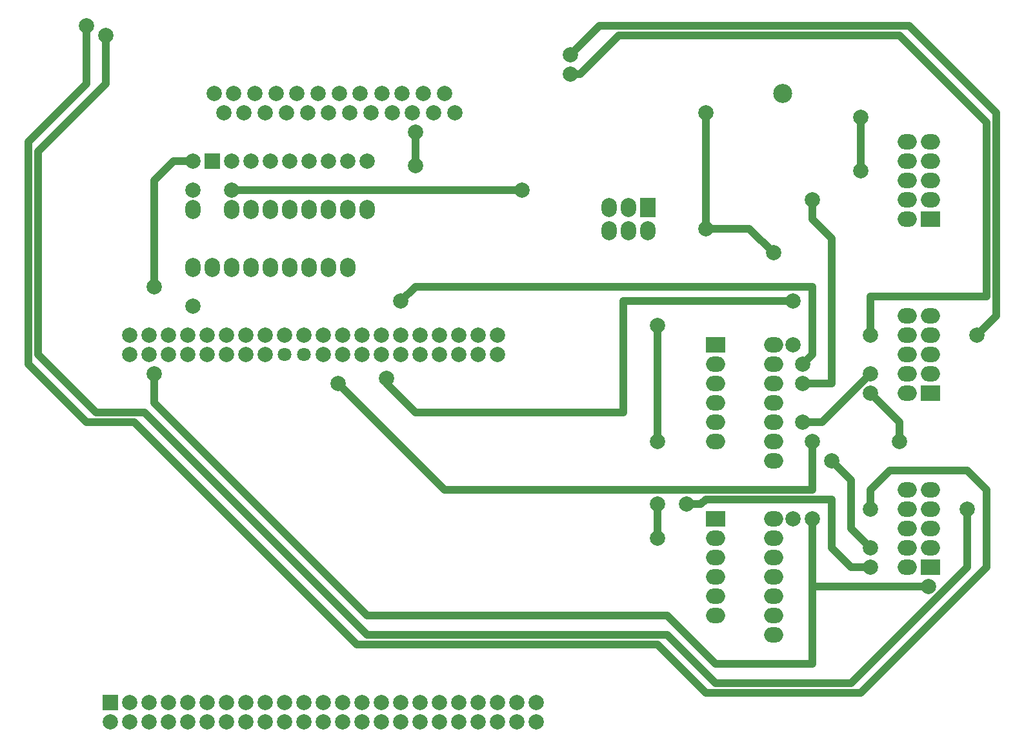
<source format=gtl>
G04 (created by PCBNEW (22-Jun-2014 BZR 4027)-stable) date Thu 19 Nov 2015 14:46:01 GMT*
%MOIN*%
G04 Gerber Fmt 3.4, Leading zero omitted, Abs format*
%FSLAX34Y34*%
G01*
G70*
G90*
G04 APERTURE LIST*
%ADD10C,0.00590551*%
%ADD11R,0.0787402X0.0787402*%
%ADD12C,0.0787402*%
%ADD13O,0.0787402X0.0984252*%
%ADD14C,0.0984252*%
%ADD15R,0.0787402X0.0984252*%
%ADD16O,0.0984252X0.0787402*%
%ADD17R,0.0984252X0.0787402*%
%ADD18C,0.0708661*%
%ADD19C,0.0393701*%
G04 APERTURE END LIST*
G54D10*
G54D11*
X82000Y-33000D03*
G54D12*
X83000Y-33000D03*
X84000Y-33000D03*
X85000Y-33000D03*
X86000Y-33000D03*
X87000Y-33000D03*
X88000Y-33000D03*
X89000Y-33000D03*
X90000Y-33000D03*
X81000Y-34500D03*
X81000Y-40500D03*
G54D13*
X81000Y-38500D03*
X82000Y-38500D03*
X83000Y-38500D03*
X84000Y-38500D03*
X85000Y-38500D03*
X86000Y-38500D03*
X87000Y-38500D03*
X88000Y-38500D03*
X89000Y-38500D03*
X90000Y-35500D03*
X89000Y-35500D03*
X88000Y-35500D03*
X87000Y-35500D03*
X86000Y-35500D03*
X85000Y-35500D03*
X84000Y-35500D03*
X83000Y-35500D03*
X81000Y-35500D03*
G54D14*
X111484Y-29500D03*
G54D12*
X82600Y-30500D03*
X83650Y-30500D03*
X84750Y-30500D03*
X85850Y-30500D03*
X86950Y-30500D03*
X88000Y-30500D03*
X89100Y-30500D03*
X90200Y-30500D03*
X91300Y-30500D03*
X92350Y-30500D03*
X93450Y-30500D03*
X94550Y-30500D03*
X82120Y-29500D03*
X83120Y-29500D03*
X84220Y-29500D03*
X85300Y-29500D03*
X86380Y-29500D03*
X87480Y-29500D03*
X88560Y-29500D03*
X89640Y-29500D03*
X90760Y-29500D03*
X91820Y-29500D03*
X92900Y-29500D03*
X94000Y-29500D03*
G54D15*
X104500Y-35401D03*
G54D13*
X104500Y-36598D03*
X103500Y-35401D03*
X103500Y-36598D03*
X102500Y-35401D03*
X102500Y-36598D03*
G54D16*
X119098Y-32000D03*
X117901Y-32000D03*
X117901Y-33000D03*
X119098Y-33000D03*
G54D17*
X119098Y-36000D03*
G54D16*
X117901Y-36000D03*
X119098Y-35000D03*
X117901Y-35000D03*
X119098Y-34000D03*
X117901Y-34000D03*
X119098Y-41000D03*
X117901Y-41000D03*
X117901Y-42000D03*
X119098Y-42000D03*
G54D17*
X119098Y-45000D03*
G54D16*
X117901Y-45000D03*
X119098Y-44000D03*
X117901Y-44000D03*
X119098Y-43000D03*
X117901Y-43000D03*
X119098Y-50000D03*
X117901Y-50000D03*
X117901Y-51000D03*
X119098Y-51000D03*
G54D17*
X119098Y-54000D03*
G54D16*
X117901Y-54000D03*
X119098Y-53000D03*
X117901Y-53000D03*
X119098Y-52000D03*
X117901Y-52000D03*
G54D17*
X108000Y-42500D03*
G54D16*
X108000Y-43500D03*
X108000Y-44500D03*
X108000Y-45500D03*
X108000Y-46500D03*
X108000Y-47500D03*
X111000Y-48500D03*
X111000Y-47500D03*
X111000Y-46500D03*
X111000Y-45500D03*
X111000Y-44500D03*
X111000Y-43500D03*
X111000Y-42500D03*
G54D17*
X108000Y-51500D03*
G54D16*
X108000Y-52500D03*
X108000Y-53500D03*
X108000Y-54500D03*
X108000Y-55500D03*
X108000Y-56500D03*
X111000Y-57500D03*
X111000Y-56500D03*
X111000Y-55500D03*
X111000Y-54500D03*
X111000Y-53500D03*
X111000Y-52500D03*
X111000Y-51500D03*
G54D12*
X77750Y-42000D03*
X77750Y-43000D03*
X78750Y-42000D03*
X78750Y-43000D03*
X79750Y-42000D03*
X79750Y-43000D03*
X80750Y-42000D03*
X80750Y-43000D03*
X81750Y-42000D03*
X81750Y-43000D03*
X82750Y-42000D03*
X82750Y-43000D03*
X83750Y-42000D03*
X83750Y-43000D03*
X84750Y-42000D03*
X84750Y-43000D03*
X85750Y-42000D03*
G54D18*
X85750Y-43000D03*
G54D12*
X86750Y-42000D03*
G54D18*
X86750Y-43000D03*
G54D12*
X87750Y-42000D03*
X87750Y-43000D03*
X88750Y-42000D03*
X88750Y-43000D03*
X89750Y-42000D03*
X89750Y-43000D03*
X90750Y-42000D03*
X90750Y-43000D03*
X91750Y-42000D03*
X91750Y-43000D03*
X92750Y-42000D03*
X92750Y-43000D03*
X93750Y-42000D03*
X93750Y-43000D03*
X94750Y-42000D03*
X94750Y-43000D03*
X95750Y-42000D03*
X95750Y-43000D03*
X96750Y-42000D03*
X96750Y-43000D03*
G54D11*
X76750Y-61000D03*
G54D12*
X76750Y-62000D03*
X77750Y-61000D03*
X77750Y-62000D03*
X78750Y-61000D03*
X78750Y-62000D03*
X79750Y-61000D03*
X79750Y-62000D03*
X80750Y-61000D03*
X80750Y-62000D03*
X81750Y-61000D03*
X81750Y-62000D03*
X82750Y-61000D03*
X82750Y-62000D03*
X83750Y-61000D03*
X83750Y-62000D03*
X84750Y-61000D03*
X84750Y-62000D03*
X85750Y-61000D03*
X85750Y-62000D03*
X86750Y-61000D03*
X86750Y-62000D03*
X87750Y-61000D03*
X87750Y-62000D03*
X88750Y-61000D03*
X88750Y-62000D03*
X89750Y-61000D03*
X89750Y-62000D03*
X90750Y-61000D03*
X90750Y-62000D03*
X91750Y-61000D03*
X91750Y-62000D03*
X92750Y-61000D03*
X92750Y-62000D03*
X93750Y-61000D03*
X93750Y-62000D03*
X94750Y-61000D03*
X94750Y-62000D03*
X95750Y-61000D03*
X95750Y-62000D03*
X96750Y-61000D03*
X96750Y-62000D03*
X97750Y-61000D03*
X97750Y-62000D03*
X98750Y-61000D03*
X98750Y-62000D03*
X112000Y-42500D03*
X112000Y-51500D03*
X111000Y-37750D03*
X107500Y-30500D03*
X107500Y-36500D03*
X81000Y-33000D03*
X79000Y-39500D03*
X79000Y-44000D03*
X119000Y-55000D03*
X113000Y-51500D03*
X83000Y-34500D03*
X98000Y-34500D03*
X113000Y-35000D03*
X112500Y-44500D03*
X91750Y-40250D03*
X112500Y-43500D03*
X105000Y-41500D03*
X105000Y-47500D03*
X105000Y-50750D03*
X105000Y-52500D03*
X92500Y-33250D03*
X92500Y-31500D03*
X115500Y-33500D03*
X115500Y-30750D03*
X116000Y-44000D03*
X112500Y-46500D03*
X91000Y-44250D03*
X112000Y-40250D03*
X116000Y-45000D03*
X117500Y-47500D03*
X121500Y-42000D03*
X100500Y-27500D03*
X116000Y-42000D03*
X100500Y-28500D03*
X116000Y-53000D03*
X114000Y-48500D03*
X88500Y-44500D03*
X113000Y-47500D03*
X106500Y-50750D03*
X116000Y-54000D03*
X121000Y-51000D03*
X76500Y-26500D03*
X116000Y-51000D03*
X75500Y-26000D03*
G54D19*
X109750Y-36500D02*
X107500Y-36500D01*
X111000Y-37750D02*
X109750Y-36500D01*
X107500Y-30500D02*
X107500Y-36500D01*
X80000Y-33000D02*
X81000Y-33000D01*
X79000Y-34000D02*
X80000Y-33000D01*
X79000Y-39500D02*
X79000Y-34000D01*
X113000Y-55000D02*
X113000Y-59000D01*
X79000Y-45500D02*
X79000Y-44000D01*
X90000Y-56500D02*
X79000Y-45500D01*
X105500Y-56500D02*
X90000Y-56500D01*
X108000Y-59000D02*
X105500Y-56500D01*
X113000Y-59000D02*
X108000Y-59000D01*
X119000Y-55000D02*
X113000Y-55000D01*
X113000Y-55000D02*
X113000Y-51500D01*
X98000Y-34500D02*
X83000Y-34500D01*
X113000Y-36000D02*
X113000Y-35000D01*
X114000Y-37000D02*
X113000Y-36000D01*
X114000Y-44500D02*
X114000Y-37000D01*
X112500Y-44500D02*
X114000Y-44500D01*
X92500Y-39500D02*
X91750Y-40250D01*
X113000Y-39500D02*
X92500Y-39500D01*
X113000Y-43000D02*
X113000Y-39500D01*
X112500Y-43500D02*
X113000Y-43000D01*
X105000Y-47500D02*
X105000Y-41500D01*
X105000Y-52500D02*
X105000Y-50750D01*
X92500Y-31500D02*
X92500Y-33250D01*
X115500Y-30750D02*
X115500Y-33500D01*
X113500Y-46500D02*
X116000Y-44000D01*
X112500Y-46500D02*
X113500Y-46500D01*
X91000Y-44500D02*
X91000Y-44250D01*
X92500Y-46000D02*
X91000Y-44500D01*
X103250Y-46000D02*
X92500Y-46000D01*
X103250Y-40250D02*
X103250Y-46000D01*
X112000Y-40250D02*
X103250Y-40250D01*
X117500Y-46500D02*
X116000Y-45000D01*
X117500Y-47500D02*
X117500Y-46500D01*
X122500Y-41000D02*
X121500Y-42000D01*
X122500Y-40500D02*
X122500Y-41000D01*
X122500Y-37500D02*
X122500Y-40500D01*
X122500Y-30500D02*
X122500Y-37500D01*
X118000Y-26000D02*
X122500Y-30500D01*
X102000Y-26000D02*
X118000Y-26000D01*
X100500Y-27500D02*
X102000Y-26000D01*
X116000Y-40000D02*
X116000Y-42000D01*
X122000Y-40000D02*
X116000Y-40000D01*
X122000Y-37000D02*
X122000Y-40000D01*
X122000Y-31000D02*
X122000Y-37000D01*
X117500Y-26500D02*
X122000Y-31000D01*
X103000Y-26500D02*
X117500Y-26500D01*
X101000Y-28500D02*
X103000Y-26500D01*
X100500Y-28500D02*
X101000Y-28500D01*
X115000Y-52000D02*
X116000Y-53000D01*
X115000Y-49500D02*
X115000Y-52000D01*
X114000Y-48500D02*
X115000Y-49500D01*
X94000Y-50000D02*
X88500Y-44500D01*
X113000Y-50000D02*
X94000Y-50000D01*
X113000Y-47500D02*
X113000Y-50000D01*
X107250Y-50750D02*
X106500Y-50750D01*
X107500Y-50500D02*
X107250Y-50750D01*
X114000Y-50500D02*
X107500Y-50500D01*
X114000Y-53000D02*
X114000Y-50500D01*
X115000Y-54000D02*
X114000Y-53000D01*
X116000Y-54000D02*
X115000Y-54000D01*
X121000Y-54000D02*
X121000Y-51000D01*
X115000Y-60000D02*
X121000Y-54000D01*
X108000Y-60000D02*
X115000Y-60000D01*
X105500Y-57500D02*
X108000Y-60000D01*
X90000Y-57500D02*
X105500Y-57500D01*
X78500Y-46000D02*
X90000Y-57500D01*
X76000Y-46000D02*
X78500Y-46000D01*
X73000Y-43000D02*
X76000Y-46000D01*
X73000Y-32500D02*
X73000Y-43000D01*
X76500Y-29000D02*
X73000Y-32500D01*
X76500Y-26500D02*
X76500Y-29000D01*
X116000Y-50000D02*
X116000Y-51000D01*
X117000Y-49000D02*
X116000Y-50000D01*
X121000Y-49000D02*
X117000Y-49000D01*
X122000Y-50000D02*
X121000Y-49000D01*
X122000Y-54000D02*
X122000Y-50000D01*
X115500Y-60500D02*
X122000Y-54000D01*
X107500Y-60500D02*
X115500Y-60500D01*
X105000Y-58000D02*
X107500Y-60500D01*
X89493Y-58000D02*
X105000Y-58000D01*
X77993Y-46500D02*
X89493Y-58000D01*
X75500Y-46500D02*
X77993Y-46500D01*
X72500Y-43500D02*
X75500Y-46500D01*
X72500Y-32000D02*
X72500Y-43500D01*
X75500Y-29000D02*
X72500Y-32000D01*
X75500Y-26000D02*
X75500Y-29000D01*
M02*

</source>
